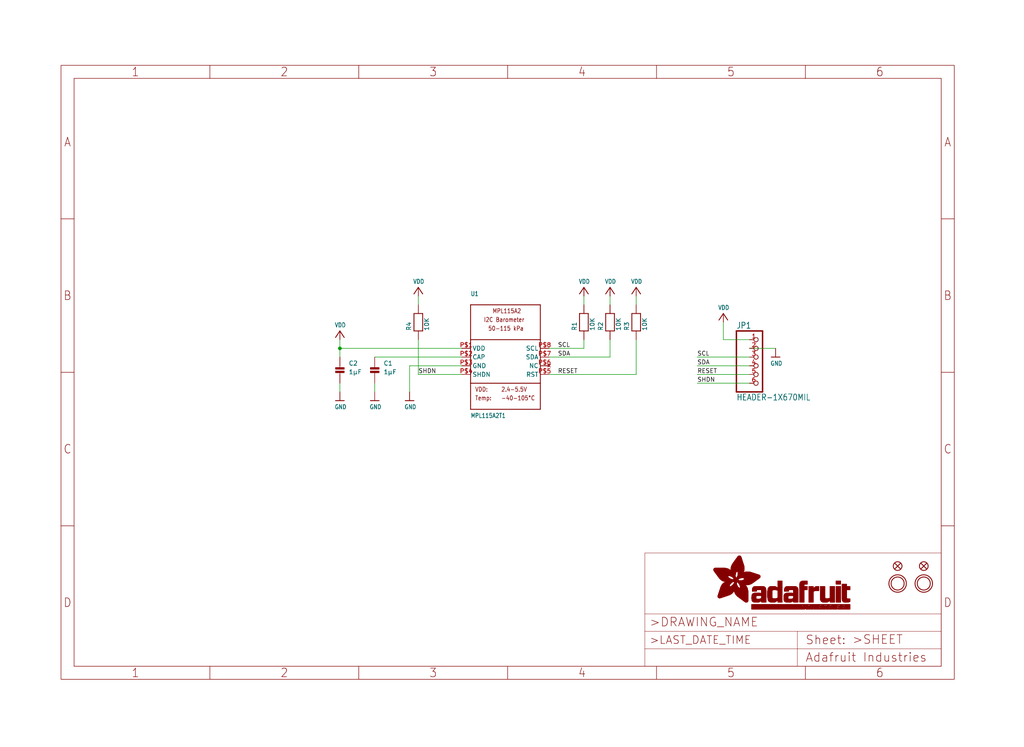
<source format=kicad_sch>
(kicad_sch (version 20211123) (generator eeschema)
  (paper "User" 298.45 217.881)
  (lib_symbols
    (symbol "schematicEagle-eagle-import:CAP_CERAMIC0805"
      (property "Reference" "C" (at 2.54 2.54 0))
      (property "Value" "CAP_CERAMIC0805" (at 2.54 0 0))
      (symbol "CAP_CERAMIC0805_1_0"
        (pin passive line (at 0 5.08 270) (length 2.54) (name "P$1") (number "1"))
        (pin passive line (at 0 -2.54 90) (length 2.54) (name "P$2") (number "2"))
      )
    )
    (symbol "schematicEagle-eagle-import:FIDUCIAL{dblquote}{dblquote}")
    (symbol "schematicEagle-eagle-import:FRAME_A4_ADAFRUIT"
      (symbol "FRAME_A4_ADAFRUIT_0_0"
        (text "1" (at 21.6958 1.905 0) (effects (font (size 2.54 2.286))))
        (text "1" (at 21.6958 177.165 0) (effects (font (size 2.54 2.286))))
        (text "2" (at 65.0875 1.905 0) (effects (font (size 2.54 2.286))))
        (text "2" (at 65.0875 177.165 0) (effects (font (size 2.54 2.286))))
        (text "3" (at 108.4792 1.905 0) (effects (font (size 2.54 2.286))))
        (text "3" (at 108.4792 177.165 0) (effects (font (size 2.54 2.286))))
        (text "4" (at 151.8708 1.905 0) (effects (font (size 2.54 2.286))))
        (text "4" (at 151.8708 177.165 0) (effects (font (size 2.54 2.286))))
        (text "5" (at 195.2625 1.905 0) (effects (font (size 2.54 2.286))))
        (text "5" (at 195.2625 177.165 0) (effects (font (size 2.54 2.286))))
        (text "6" (at 238.6542 1.905 0) (effects (font (size 2.54 2.286))))
        (text "6" (at 238.6542 177.165 0) (effects (font (size 2.54 2.286))))
        (text "A" (at 1.905 156.6863 0) (effects (font (size 2.54 2.286))))
        (text "A" (at 258.445 156.6863 0) (effects (font (size 2.54 2.286))))
        (text "B" (at 1.905 111.9188 0) (effects (font (size 2.54 2.286))))
        (text "B" (at 258.445 111.9188 0) (effects (font (size 2.54 2.286))))
        (text "C" (at 1.905 67.1513 0) (effects (font (size 2.54 2.286))))
        (text "C" (at 258.445 67.1513 0) (effects (font (size 2.54 2.286))))
        (text "D" (at 1.905 22.3838 0) (effects (font (size 2.54 2.286))))
        (text "D" (at 258.445 22.3838 0) (effects (font (size 2.54 2.286))))
      )
      (symbol "FRAME_A4_ADAFRUIT_1_0"
        (text ">DRAWING_NAME" (at 171.45 15.24 0) (effects (font (size 2.54 2.54)) (justify left bottom)))
        (text ">LAST_DATE_TIME" (at 171.45 10.16 0) (effects (font (size 2.286 2.286)) (justify left bottom)))
        (text ">SHEET" (at 230.505 10.16 0) (effects (font (size 2.54 2.54)) (justify left bottom)))
        (text "Adafruit Industries" (at 216.916 4.953 0) (effects (font (size 2.54 2.54)) (justify left bottom)))
        (text "Sheet:" (at 216.916 10.033 0) (effects (font (size 2.54 2.54)) (justify left bottom)))
      )
    )
    (symbol "schematicEagle-eagle-import:GND" (power)
      (property "Value" "GND" (at -1.524 -2.54 0))
      (symbol "GND_1_0"
        (pin power_in line (at 0 2.54 270) (length 2.54) (name "GND") (number "1"))
      )
    )
    (symbol "schematicEagle-eagle-import:HEADER-1X670MIL"
      (property "Reference" "JP" (at -6.35 10.795 0))
      (property "Value" "HEADER-1X670MIL" (at -6.35 -10.16 0))
      (symbol "HEADER-1X670MIL_1_0"
        (pin passive inverted (at -2.54 7.62 0) (length 2.54) (name "1") (number "1"))
        (pin passive inverted (at -2.54 5.08 0) (length 2.54) (name "2") (number "2"))
        (pin passive inverted (at -2.54 2.54 0) (length 2.54) (name "3") (number "3"))
        (pin passive inverted (at -2.54 0 0) (length 2.54) (name "4") (number "4"))
        (pin passive inverted (at -2.54 -2.54 0) (length 2.54) (name "5") (number "5"))
        (pin passive inverted (at -2.54 -5.08 0) (length 2.54) (name "6") (number "6"))
      )
    )
    (symbol "schematicEagle-eagle-import:MOUNTINGHOLE2.5")
    (symbol "schematicEagle-eagle-import:MPL115A2"
      (property "Reference" "U" (at -10.16 17.78 0))
      (property "Value" "MPL115A2" (at -10.16 -17.78 0))
      (symbol "MPL115A2_1_0"
        (text "-40-105°C" (at -1.27 -12.7 0) (effects (font (size 1.27 1.0795)) (justify left bottom)))
        (text "2.4-5.5V" (at -1.27 -10.16 0) (effects (font (size 1.27 1.0795)) (justify left bottom)))
        (text "50-115 kPa" (at -5.08 7.62 0) (effects (font (size 1.27 1.0795)) (justify left bottom)))
        (text "I2C Barometer" (at -6.35 10.16 0) (effects (font (size 1.27 1.0795)) (justify left bottom)))
        (text "MPL115A2" (at -3.81 12.7 0) (effects (font (size 1.27 1.0795)) (justify left bottom)))
        (text "Temp:" (at -8.89 -12.7 0) (effects (font (size 1.27 1.0795)) (justify left bottom)))
        (text "VDD:" (at -8.89 -10.16 0) (effects (font (size 1.27 1.0795)) (justify left bottom)))
        (pin power_in line (at -12.7 2.54 0) (length 2.54) (name "VDD") (number "P$1"))
        (pin bidirectional line (at -12.7 0 0) (length 2.54) (name "CAP") (number "P$2"))
        (pin power_in line (at -12.7 -2.54 0) (length 2.54) (name "GND") (number "P$3"))
        (pin bidirectional line (at -12.7 -5.08 0) (length 2.54) (name "SHDN") (number "P$4"))
        (pin bidirectional line (at 12.7 -5.08 180) (length 2.54) (name "RST") (number "P$5"))
        (pin no_connect line (at 12.7 -2.54 180) (length 2.54) (name "NC") (number "P$6"))
        (pin bidirectional line (at 12.7 0 180) (length 2.54) (name "SDA") (number "P$7"))
        (pin bidirectional line (at 12.7 2.54 180) (length 2.54) (name "SCL") (number "P$8"))
      )
    )
    (symbol "schematicEagle-eagle-import:RESISTOR0805"
      (property "Reference" "R" (at -2.54 2.032 0))
      (property "Value" "RESISTOR0805" (at -2.54 -3.175 0))
      (symbol "RESISTOR0805_1_0"
        (pin passive line (at -5.08 0 0) (length 2.54) (name "1") (number "1"))
        (pin passive line (at 5.08 0 180) (length 2.54) (name "2") (number "2"))
      )
    )
    (symbol "schematicEagle-eagle-import:VDD" (power)
      (property "Value" "VDD" (at -1.524 3.556 0))
      (symbol "VDD_1_0"
        (pin power_in line (at 0 0 90) (length 2.54) (name "VDD") (number "1"))
      )
    )
  )
  (junction (at 99.06 101.6))
  (wire (pts (xy 218.44 106.68) (xy 203.2 106.68)))
  (wire (pts (xy 210.82 99.06) (xy 210.82 93.98)))
  (wire (pts (xy 160.02 104.14) (xy 177.8 104.14)))
  (wire (pts (xy 160.02 101.6) (xy 170.18 101.6)))
  (wire (pts (xy 134.62 104.14) (xy 109.22 104.14)))
  (wire (pts (xy 185.42 88.9) (xy 185.42 86.36)))
  (wire (pts (xy 134.62 109.22) (xy 121.92 109.22)))
  (wire (pts (xy 121.92 88.9) (xy 121.92 86.36)))
  (wire (pts (xy 185.42 109.22) (xy 185.42 99.06)))
  (wire (pts (xy 119.38 106.68) (xy 119.38 114.3)))
  (wire (pts (xy 218.44 101.6) (xy 226.06 101.6)))
  (wire (pts (xy 218.44 109.22) (xy 203.2 109.22)))
  (wire (pts (xy 99.06 111.76) (xy 99.06 114.3)))
  (wire (pts (xy 109.22 111.76) (xy 109.22 114.3)))
  (wire (pts (xy 170.18 88.9) (xy 170.18 86.36)))
  (wire (pts (xy 218.44 99.06) (xy 210.82 99.06)))
  (wire (pts (xy 218.44 104.14) (xy 203.2 104.14)))
  (wire (pts (xy 218.44 111.76) (xy 203.2 111.76)))
  (wire (pts (xy 177.8 104.14) (xy 177.8 99.06)))
  (wire (pts (xy 177.8 88.9) (xy 177.8 86.36)))
  (wire (pts (xy 160.02 109.22) (xy 185.42 109.22)))
  (wire (pts (xy 121.92 109.22) (xy 121.92 99.06)))
  (wire (pts (xy 170.18 101.6) (xy 170.18 99.06)))
  (wire (pts (xy 99.06 101.6) (xy 99.06 99.06)))
  (wire (pts (xy 134.62 106.68) (xy 119.38 106.68)))
  (wire (pts (xy 134.62 101.6) (xy 99.06 101.6)))
  (wire (pts (xy 99.06 101.6) (xy 99.06 104.14)))
  (label "SCL" (at 162.56 101.6 0) (effects (font (size 1.2446 1.2446))))
  (label "SHDN" (at 121.92 109.22 0) (effects (font (size 1.2446 1.2446))))
  (label "SDA" (at 203.2 106.68 0) (effects (font (size 1.2446 1.2446))))
  (label "SCL" (at 203.2 104.14 0) (effects (font (size 1.2446 1.2446))))
  (label "SHDN" (at 203.2 111.76 0) (effects (font (size 1.2446 1.2446))))
  (label "RESET" (at 162.56 109.22 0) (effects (font (size 1.2446 1.2446))))
  (label "RESET" (at 203.2 109.22 0) (effects (font (size 1.2446 1.2446))))
  (label "SDA" (at 162.56 104.14 0) (effects (font (size 1.2446 1.2446))))
  (symbol (lib_id "schematicEagle-eagle-import:VDD") (at 185.42 86.36 0) (unit 1)
    (property "Reference" "#U$13" (effects hide))
    (property "Value" "VDD" (at 183.896 82.804 0) (effects (font (size 1.27 1.0795)) (justify left bottom)))
    (property "Footprint" "schematicEagle:" (effects hide))
  )
  (symbol (lib_id "schematicEagle-eagle-import:RESISTOR0805") (at 177.8 93.98 90) (unit 1)
    (property "Reference" "R2" (at 175.768 96.52 0) (effects (justify left bottom)))
    (property "Value" "10K" (at 180.975 96.52 0) (effects (justify left bottom)))
    (property "Footprint" "schematicEagle:0805" (effects hide))
  )
  (symbol (lib_id "schematicEagle-eagle-import:VDD") (at 210.82 93.98 0) (unit 1)
    (property "Reference" "#U$6" (effects hide))
    (property "Value" "VDD" (at 209.296 90.424 0) (effects (font (size 1.27 1.0795)) (justify left bottom)))
    (property "Footprint" "schematicEagle:" (effects hide))
  )
  (symbol (lib_id "schematicEagle-eagle-import:MOUNTINGHOLE2.5") (at 261.62 170.18 0) (unit 1)
    (property "Reference" "U$9" (effects hide))
    (property "Value" "MOUNTINGHOLE2.5" (effects hide))
    (property "Footprint" "schematicEagle:MOUNTINGHOLE_2.5_PLATED" (effects hide))
  )
  (symbol (lib_id "schematicEagle-eagle-import:CAP_CERAMIC0805") (at 99.06 109.22 0) (unit 1)
    (property "Reference" "C2" (at 101.6 106.68 0) (effects (justify left bottom)))
    (property "Value" "1µF" (at 101.6 109.22 0) (effects (justify left bottom)))
    (property "Footprint" "schematicEagle:0805" (effects hide))
  )
  (symbol (lib_id "schematicEagle-eagle-import:FIDUCIAL{dblquote}{dblquote}") (at 269.24 165.1 0) (unit 1)
    (property "Reference" "FID1" (effects hide))
    (property "Value" "FIDUCIAL{dblquote}{dblquote}" (effects hide))
    (property "Footprint" "schematicEagle:FIDUCIAL_1MM" (effects hide))
  )
  (symbol (lib_id "schematicEagle-eagle-import:GND") (at 109.22 116.84 0) (unit 1)
    (property "Reference" "#U$10" (effects hide))
    (property "Value" "GND" (at 107.696 119.38 0) (effects (font (size 1.27 1.0795)) (justify left bottom)))
    (property "Footprint" "schematicEagle:" (effects hide))
  )
  (symbol (lib_id "schematicEagle-eagle-import:GND") (at 226.06 104.14 0) (unit 1)
    (property "Reference" "#U$7" (effects hide))
    (property "Value" "GND" (at 224.536 106.68 0) (effects (font (size 1.27 1.0795)) (justify left bottom)))
    (property "Footprint" "schematicEagle:" (effects hide))
  )
  (symbol (lib_id "schematicEagle-eagle-import:VDD") (at 99.06 99.06 0) (unit 1)
    (property "Reference" "#U$2" (effects hide))
    (property "Value" "VDD" (at 97.536 95.504 0) (effects (font (size 1.27 1.0795)) (justify left bottom)))
    (property "Footprint" "schematicEagle:" (effects hide))
  )
  (symbol (lib_id "schematicEagle-eagle-import:VDD") (at 121.92 86.36 0) (unit 1)
    (property "Reference" "#U$12" (effects hide))
    (property "Value" "VDD" (at 120.396 82.804 0) (effects (font (size 1.27 1.0795)) (justify left bottom)))
    (property "Footprint" "schematicEagle:" (effects hide))
  )
  (symbol (lib_id "schematicEagle-eagle-import:VDD") (at 170.18 86.36 0) (unit 1)
    (property "Reference" "#U$5" (effects hide))
    (property "Value" "VDD" (at 168.656 82.804 0) (effects (font (size 1.27 1.0795)) (justify left bottom)))
    (property "Footprint" "schematicEagle:" (effects hide))
  )
  (symbol (lib_id "schematicEagle-eagle-import:RESISTOR0805") (at 185.42 93.98 90) (unit 1)
    (property "Reference" "R3" (at 183.388 96.52 0) (effects (justify left bottom)))
    (property "Value" "10K" (at 188.595 96.52 0) (effects (justify left bottom)))
    (property "Footprint" "schematicEagle:0805" (effects hide))
  )
  (symbol (lib_id "schematicEagle-eagle-import:FRAME_A4_ADAFRUIT") (at 17.78 198.12 0) (unit 1)
    (property "Reference" "#U$1" (effects hide))
    (property "Value" "FRAME_A4_ADAFRUIT" (effects hide))
    (property "Footprint" "schematicEagle:" (effects hide))
  )
  (symbol (lib_id "schematicEagle-eagle-import:HEADER-1X670MIL") (at 220.98 106.68 0) (unit 1)
    (property "Reference" "JP1" (at 214.63 95.885 0) (effects (font (size 1.778 1.5113)) (justify left bottom)))
    (property "Value" "HEADER-1X670MIL" (at 214.63 116.84 0) (effects (font (size 1.778 1.5113)) (justify left bottom)))
    (property "Footprint" "schematicEagle:1X06_ROUND_70" (effects hide))
  )
  (symbol (lib_id "schematicEagle-eagle-import:VDD") (at 177.8 86.36 0) (unit 1)
    (property "Reference" "#U$4" (effects hide))
    (property "Value" "VDD" (at 176.276 82.804 0) (effects (font (size 1.27 1.0795)) (justify left bottom)))
    (property "Footprint" "schematicEagle:" (effects hide))
  )
  (symbol (lib_id "schematicEagle-eagle-import:GND") (at 119.38 116.84 0) (unit 1)
    (property "Reference" "#U$3" (effects hide))
    (property "Value" "GND" (at 117.856 119.38 0) (effects (font (size 1.27 1.0795)) (justify left bottom)))
    (property "Footprint" "schematicEagle:" (effects hide))
  )
  (symbol (lib_id "schematicEagle-eagle-import:MOUNTINGHOLE2.5") (at 269.24 170.18 0) (unit 1)
    (property "Reference" "U$8" (effects hide))
    (property "Value" "MOUNTINGHOLE2.5" (effects hide))
    (property "Footprint" "schematicEagle:MOUNTINGHOLE_2.5_PLATED" (effects hide))
  )
  (symbol (lib_id "schematicEagle-eagle-import:RESISTOR0805") (at 121.92 93.98 90) (unit 1)
    (property "Reference" "R4" (at 119.888 96.52 0) (effects (justify left bottom)))
    (property "Value" "10K" (at 125.095 96.52 0) (effects (justify left bottom)))
    (property "Footprint" "schematicEagle:0805" (effects hide))
  )
  (symbol (lib_id "schematicEagle-eagle-import:GND") (at 99.06 116.84 0) (unit 1)
    (property "Reference" "#U$11" (effects hide))
    (property "Value" "GND" (at 97.536 119.38 0) (effects (font (size 1.27 1.0795)) (justify left bottom)))
    (property "Footprint" "schematicEagle:" (effects hide))
  )
  (symbol (lib_id "schematicEagle-eagle-import:CAP_CERAMIC0805") (at 109.22 109.22 0) (unit 1)
    (property "Reference" "C1" (at 111.76 106.68 0) (effects (justify left bottom)))
    (property "Value" "1µF" (at 111.76 109.22 0) (effects (justify left bottom)))
    (property "Footprint" "schematicEagle:0805" (effects hide))
  )
  (symbol (lib_id "schematicEagle-eagle-import:FIDUCIAL{dblquote}{dblquote}") (at 261.62 165.1 0) (unit 1)
    (property "Reference" "FID2" (effects hide))
    (property "Value" "FIDUCIAL{dblquote}{dblquote}" (effects hide))
    (property "Footprint" "schematicEagle:FIDUCIAL_1MM" (effects hide))
  )
  (symbol (lib_id "schematicEagle-eagle-import:RESISTOR0805") (at 170.18 93.98 90) (unit 1)
    (property "Reference" "R1" (at 168.148 96.52 0) (effects (justify left bottom)))
    (property "Value" "10K" (at 173.355 96.52 0) (effects (justify left bottom)))
    (property "Footprint" "schematicEagle:0805" (effects hide))
  )
  (symbol (lib_id "schematicEagle-eagle-import:MPL115A2") (at 147.32 104.14 0) (unit 1)
    (property "Reference" "U1" (at 137.16 86.36 0) (effects (font (size 1.27 1.0795)) (justify left bottom)))
    (property "Value" "MPL115A2T1" (at 137.16 121.92 0) (effects (font (size 1.27 1.0795)) (justify left bottom)))
    (property "Footprint" "schematicEagle:LGA8" (effects hide))
  )
)
</source>
